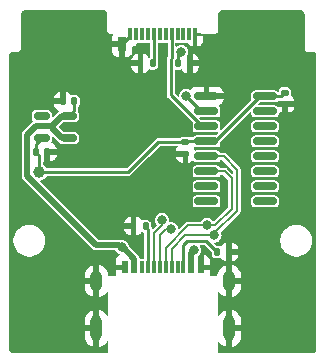
<source format=gbr>
%TF.GenerationSoftware,KiCad,Pcbnew,8.0.3*%
%TF.CreationDate,2024-07-13T10:44:47+10:00*%
%TF.ProjectId,EC Debug,45432044-6562-4756-972e-6b696361645f,rev?*%
%TF.SameCoordinates,Original*%
%TF.FileFunction,Copper,L1,Top*%
%TF.FilePolarity,Positive*%
%FSLAX46Y46*%
G04 Gerber Fmt 4.6, Leading zero omitted, Abs format (unit mm)*
G04 Created by KiCad (PCBNEW 8.0.3) date 2024-07-13 10:44:47*
%MOMM*%
%LPD*%
G01*
G04 APERTURE LIST*
G04 Aperture macros list*
%AMRoundRect*
0 Rectangle with rounded corners*
0 $1 Rounding radius*
0 $2 $3 $4 $5 $6 $7 $8 $9 X,Y pos of 4 corners*
0 Add a 4 corners polygon primitive as box body*
4,1,4,$2,$3,$4,$5,$6,$7,$8,$9,$2,$3,0*
0 Add four circle primitives for the rounded corners*
1,1,$1+$1,$2,$3*
1,1,$1+$1,$4,$5*
1,1,$1+$1,$6,$7*
1,1,$1+$1,$8,$9*
0 Add four rect primitives between the rounded corners*
20,1,$1+$1,$2,$3,$4,$5,0*
20,1,$1+$1,$4,$5,$6,$7,0*
20,1,$1+$1,$6,$7,$8,$9,0*
20,1,$1+$1,$8,$9,$2,$3,0*%
G04 Aperture macros list end*
%TA.AperFunction,ComponentPad*%
%ADD10O,1.000000X1.800000*%
%TD*%
%TA.AperFunction,ComponentPad*%
%ADD11O,1.000000X2.200000*%
%TD*%
%TA.AperFunction,SMDPad,CuDef*%
%ADD12R,0.600000X1.100000*%
%TD*%
%TA.AperFunction,SMDPad,CuDef*%
%ADD13R,0.300000X1.100000*%
%TD*%
%TA.AperFunction,SMDPad,CuDef*%
%ADD14RoundRect,0.135000X-0.135000X-0.185000X0.135000X-0.185000X0.135000X0.185000X-0.135000X0.185000X0*%
%TD*%
%TA.AperFunction,SMDPad,CuDef*%
%ADD15RoundRect,0.140000X-0.170000X0.140000X-0.170000X-0.140000X0.170000X-0.140000X0.170000X0.140000X0*%
%TD*%
%TA.AperFunction,SMDPad,CuDef*%
%ADD16R,0.300000X1.000000*%
%TD*%
%TA.AperFunction,SMDPad,CuDef*%
%ADD17R,0.700000X1.150000*%
%TD*%
%TA.AperFunction,SMDPad,CuDef*%
%ADD18RoundRect,0.135000X0.135000X0.185000X-0.135000X0.185000X-0.135000X-0.185000X0.135000X-0.185000X0*%
%TD*%
%TA.AperFunction,SMDPad,CuDef*%
%ADD19C,1.000000*%
%TD*%
%TA.AperFunction,SMDPad,CuDef*%
%ADD20RoundRect,0.150000X0.512500X0.150000X-0.512500X0.150000X-0.512500X-0.150000X0.512500X-0.150000X0*%
%TD*%
%TA.AperFunction,SMDPad,CuDef*%
%ADD21RoundRect,0.140000X0.140000X0.170000X-0.140000X0.170000X-0.140000X-0.170000X0.140000X-0.170000X0*%
%TD*%
%TA.AperFunction,SMDPad,CuDef*%
%ADD22RoundRect,0.140000X-0.140000X-0.170000X0.140000X-0.170000X0.140000X0.170000X-0.140000X0.170000X0*%
%TD*%
%TA.AperFunction,SMDPad,CuDef*%
%ADD23RoundRect,0.150000X-0.825000X-0.150000X0.825000X-0.150000X0.825000X0.150000X-0.825000X0.150000X0*%
%TD*%
%TA.AperFunction,SMDPad,CuDef*%
%ADD24R,1.500000X1.500000*%
%TD*%
%TA.AperFunction,ViaPad*%
%ADD25C,0.800000*%
%TD*%
%TA.AperFunction,ViaPad*%
%ADD26C,0.500000*%
%TD*%
%TA.AperFunction,Conductor*%
%ADD27C,0.200000*%
%TD*%
%TA.AperFunction,Conductor*%
%ADD28C,0.250000*%
%TD*%
%TA.AperFunction,Conductor*%
%ADD29C,0.500000*%
%TD*%
G04 APERTURE END LIST*
D10*
%TO.P,J2,0,SHIELD*%
%TO.N,Earth*%
X19380000Y21890000D03*
D11*
X19380000Y17890000D03*
D10*
X30620000Y21890000D03*
D11*
X30620000Y17890000D03*
D12*
%TO.P,J2,A1B12,GND*%
X21800000Y23050000D03*
%TO.P,J2,A4,VBUS*%
%TO.N,VBUS*%
X22600000Y23050000D03*
D13*
%TO.P,J2,A5,CC1*%
%TO.N,Net-(J2-CC1)*%
X23750000Y23050000D03*
%TO.P,J2,A6,D+*%
%TO.N,/D+*%
X24750000Y23050000D03*
%TO.P,J2,A7,D-*%
%TO.N,/D-*%
X25250000Y23050000D03*
%TO.P,J2,A8,SBU1*%
%TO.N,unconnected-(J2-SBU1-PadA8)*%
X26250000Y23050000D03*
D12*
%TO.P,J2,B1A12,GND*%
%TO.N,Earth*%
X28200000Y23050000D03*
%TO.P,J2,B4,VBUS*%
%TO.N,VBUS*%
X27400000Y23050000D03*
D13*
%TO.P,J2,B5,CC2*%
%TO.N,Net-(J2-CC2)*%
X26750000Y23050000D03*
%TO.P,J2,B6,D+*%
%TO.N,/D+*%
X25750000Y23050000D03*
%TO.P,J2,B7,D-*%
%TO.N,/D-*%
X24250000Y23050000D03*
%TO.P,J2,B8,SBU2*%
%TO.N,unconnected-(J2-SBU2-PadB8)*%
X23250000Y23050000D03*
%TD*%
D14*
%TO.P,R4,1*%
%TO.N,Earth*%
X23110000Y40330000D03*
%TO.P,R4,2*%
%TO.N,Net-(P1-CC)*%
X24130000Y40330000D03*
%TD*%
D15*
%TO.P,C2,1*%
%TO.N,+3V3*%
X35335000Y37865000D03*
%TO.P,C2,2*%
%TO.N,Earth*%
X35335000Y36905000D03*
%TD*%
D16*
%TO.P,P1,A1,GND*%
%TO.N,Earth*%
X22250000Y42780000D03*
%TO.P,P1,A2*%
%TO.N,N/C*%
X22750000Y42780000D03*
%TO.P,P1,A3*%
X23250000Y42780000D03*
%TO.P,P1,A4*%
X23750000Y42780000D03*
%TO.P,P1,A5,CC*%
%TO.N,Net-(P1-CC)*%
X24250000Y42780000D03*
%TO.P,P1,A6*%
%TO.N,N/C*%
X24750000Y42780000D03*
%TO.P,P1,A7*%
X25250000Y42780000D03*
%TO.P,P1,A8,DOUT*%
%TO.N,Net-(P1-DOUT)*%
X25750000Y42780000D03*
%TO.P,P1,A9*%
%TO.N,N/C*%
X26250000Y42780000D03*
%TO.P,P1,A10*%
X26750000Y42780000D03*
%TO.P,P1,A11*%
X27250000Y42780000D03*
%TO.P,P1,A12,GND*%
%TO.N,Earth*%
X27750000Y42780000D03*
D17*
%TO.P,P1,S1,SHIELD*%
X21580000Y41940000D03*
%TD*%
D14*
%TO.P,R1,1*%
%TO.N,Earth*%
X22520000Y26550000D03*
%TO.P,R1,2*%
%TO.N,Net-(J2-CC1)*%
X23540000Y26550000D03*
%TD*%
D18*
%TO.P,R3,1*%
%TO.N,Earth*%
X27300000Y40330000D03*
%TO.P,R3,2*%
%TO.N,Net-(P1-VCONN)*%
X26280000Y40330000D03*
%TD*%
D15*
%TO.P,C4,1*%
%TO.N,+3V3*%
X26920000Y33640000D03*
%TO.P,C4,2*%
%TO.N,Earth*%
X26920000Y32680000D03*
%TD*%
D19*
%TO.P,TP5,1,1*%
%TO.N,+3V3*%
X14550000Y31110000D03*
%TD*%
D20*
%TO.P,U1,1,VIN*%
%TO.N,VBUS*%
X17027500Y34000000D03*
%TO.P,U1,2,GND*%
%TO.N,Earth*%
X17027500Y34950000D03*
%TO.P,U1,3,EN*%
%TO.N,VBUS*%
X17027500Y35900000D03*
%TO.P,U1,4,NC*%
%TO.N,unconnected-(U1-NC-Pad4)*%
X14752500Y35900000D03*
%TO.P,U1,5,VOUT*%
%TO.N,+3V3*%
X14752500Y34000000D03*
%TD*%
D21*
%TO.P,C1,1*%
%TO.N,VBUS*%
X17510000Y37110000D03*
%TO.P,C1,2*%
%TO.N,Earth*%
X16550000Y37110000D03*
%TD*%
D22*
%TO.P,C3,1*%
%TO.N,+3V3*%
X14270000Y32790000D03*
%TO.P,C3,2*%
%TO.N,Earth*%
X15230000Y32790000D03*
%TD*%
D23*
%TO.P,U2,1,GND*%
%TO.N,Earth*%
X28700000Y37540000D03*
%TO.P,U2,2,TXD*%
%TO.N,Net-(P1-DIN)*%
X28700000Y36270000D03*
%TO.P,U2,3,RXD*%
%TO.N,Net-(P1-DOUT)*%
X28700000Y35000000D03*
%TO.P,U2,4,V3*%
%TO.N,+3V3*%
X28700000Y33730000D03*
%TO.P,U2,5,UD+*%
%TO.N,/D+*%
X28700000Y32460000D03*
%TO.P,U2,6,UD-*%
%TO.N,/D-*%
X28700000Y31190000D03*
%TO.P,U2,7,NC*%
%TO.N,unconnected-(U2-NC-Pad7)*%
X28700000Y29920000D03*
%TO.P,U2,8,NC*%
%TO.N,unconnected-(U2-NC-Pad8)*%
X28700000Y28650000D03*
%TO.P,U2,9,~{CTS}*%
%TO.N,unconnected-(U2-~{CTS}-Pad9)*%
X33650000Y28650000D03*
%TO.P,U2,10,~{DSR}*%
%TO.N,unconnected-(U2-~{DSR}-Pad10)*%
X33650000Y29920000D03*
%TO.P,U2,11,~{RI}*%
%TO.N,unconnected-(U2-~{RI}-Pad11)*%
X33650000Y31190000D03*
%TO.P,U2,12,~{DCD}*%
%TO.N,unconnected-(U2-~{DCD}-Pad12)*%
X33650000Y32460000D03*
%TO.P,U2,13,~{DTR}*%
%TO.N,unconnected-(U2-~{DTR}-Pad13)*%
X33650000Y33730000D03*
%TO.P,U2,14,~{RTS}*%
%TO.N,unconnected-(U2-~{RTS}-Pad14)*%
X33650000Y35000000D03*
%TO.P,U2,15,R232*%
%TO.N,unconnected-(U2-R232-Pad15)*%
X33650000Y36270000D03*
%TO.P,U2,16,VCC*%
%TO.N,+3V3*%
X33650000Y37540000D03*
%TD*%
D24*
%TO.P,TP1,1,1*%
%TO.N,Earth*%
X19300000Y43820000D03*
%TD*%
%TO.P,TP3,1,1*%
%TO.N,Earth*%
X30700000Y43820000D03*
%TD*%
D18*
%TO.P,R2,1*%
%TO.N,Earth*%
X30620000Y24380000D03*
%TO.P,R2,2*%
%TO.N,Net-(J2-CC2)*%
X29600000Y24380000D03*
%TD*%
D25*
%TO.N,/D+*%
X25681232Y26308768D03*
%TO.N,/D-*%
X24938768Y27051232D03*
%TO.N,Earth*%
X14650000Y17860000D03*
D26*
X18858000Y44248500D03*
X30224500Y44248500D03*
X18858000Y43359500D03*
X19747000Y43359500D03*
D25*
X34890000Y42620000D03*
D26*
X31177000Y44248500D03*
D25*
X25390000Y29110000D03*
X35390000Y17540000D03*
D26*
X19747000Y44248500D03*
X31177000Y43359500D03*
D25*
X15790000Y42840000D03*
D26*
X30224500Y43359500D03*
D25*
%TO.N,Net-(P1-DIN)*%
X26960000Y37540000D03*
%TO.N,/D-*%
X28748768Y26641232D03*
%TO.N,/D+*%
X29370000Y25760000D03*
%TO.N,Net-(P1-VCONN)*%
X26560000Y41300000D03*
%TO.N,VBUS*%
X21522972Y24750790D03*
X27630000Y24500000D03*
%TD*%
D27*
%TO.N,/D+*%
X30162501Y32460000D02*
X28700000Y32460000D01*
X31285000Y27856801D02*
X31285000Y31337501D01*
X29370000Y25941801D02*
X31285000Y27856801D01*
X31285000Y31337501D02*
X30162501Y32460000D01*
X29370000Y25760000D02*
X29370000Y25941801D01*
%TO.N,/D-*%
X30230000Y31190000D02*
X28700000Y31190000D01*
X30835000Y28043199D02*
X30835000Y30585000D01*
X30835000Y30585000D02*
X30230000Y31190000D01*
X28748768Y26641232D02*
X29433033Y26641232D01*
X29433033Y26641232D02*
X30835000Y28043199D01*
D28*
%TO.N,Net-(J2-CC2)*%
X27060000Y25280000D02*
X28700000Y25280000D01*
X26750000Y24970000D02*
X27060000Y25280000D01*
X28700000Y25280000D02*
X29600000Y24380000D01*
X26750000Y23050000D02*
X26750000Y24970000D01*
D27*
%TO.N,/D+*%
X25750000Y24610000D02*
X25750000Y23050000D01*
X26900000Y25760000D02*
X25750000Y24610000D01*
X29370000Y25760000D02*
X26900000Y25760000D01*
%TO.N,/D-*%
X25250000Y24740000D02*
X25250000Y23050000D01*
X27151232Y26641232D02*
X25250000Y24740000D01*
X28748768Y26641232D02*
X27151232Y26641232D01*
%TO.N,/D+*%
X24725000Y23075000D02*
X24725000Y25776801D01*
X24725000Y25776801D02*
X25256967Y26308768D01*
X24750000Y23050000D02*
X24725000Y23075000D01*
X25256967Y26308768D02*
X25681232Y26308768D01*
%TO.N,/D-*%
X24275000Y25963199D02*
X24938768Y26626967D01*
X24938768Y26626967D02*
X24938768Y27051232D01*
X24275000Y23075000D02*
X24275000Y25963199D01*
X24250000Y23050000D02*
X24275000Y23075000D01*
D28*
%TO.N,Net-(J2-CC1)*%
X23750000Y26310000D02*
X23400000Y26660000D01*
X23750000Y23050000D02*
X23750000Y26310000D01*
D29*
%TO.N,VBUS*%
X22600000Y23780000D02*
X22600000Y23050000D01*
X21629210Y24750790D02*
X22600000Y23780000D01*
X21522972Y24750790D02*
X21629210Y24750790D01*
X27630000Y24500000D02*
X27400000Y24270000D01*
X27400000Y24270000D02*
X27400000Y23050000D01*
D28*
%TO.N,+3V3*%
X28700000Y33730000D02*
X27010000Y33730000D01*
X14550000Y31110000D02*
X14550000Y32510000D01*
X14270000Y33517500D02*
X14270000Y32790000D01*
X22058510Y31110000D02*
X24618510Y33670000D01*
X14752500Y34000000D02*
X14270000Y33517500D01*
X14550000Y32510000D02*
X14270000Y32790000D01*
X33650000Y37540000D02*
X35010000Y37540000D01*
X24618510Y33670000D02*
X26890000Y33670000D01*
X35010000Y37540000D02*
X35335000Y37865000D01*
X29459092Y33730000D02*
X33269092Y37540000D01*
X14550000Y31110000D02*
X22058510Y31110000D01*
%TO.N,Earth*%
X22250000Y42610000D02*
X21580000Y41940000D01*
%TO.N,VBUS*%
X17510000Y36382500D02*
X17027500Y35900000D01*
D29*
X21313762Y24960000D02*
X19356497Y24960000D01*
X16462316Y35900000D02*
X17027500Y35900000D01*
D28*
X17510000Y37110000D02*
X17510000Y36382500D01*
D29*
X15602316Y34860000D02*
X15602316Y35040000D01*
X17027500Y34000000D02*
X16462316Y34000000D01*
X14277316Y35040000D02*
X15602316Y35040000D01*
X13530000Y30786497D02*
X13530000Y34292684D01*
X15602316Y35040000D02*
X16462316Y35900000D01*
X19356497Y24960000D02*
X13530000Y30786497D01*
X13530000Y34292684D02*
X14277316Y35040000D01*
X21522972Y24750790D02*
X21313762Y24960000D01*
X16462316Y34000000D02*
X15602316Y34860000D01*
D28*
%TO.N,Net-(P1-DOUT)*%
X25750000Y40774280D02*
X25685000Y40709280D01*
X25750000Y42780000D02*
X25750000Y40774280D01*
X25685000Y37634092D02*
X28319092Y35000000D01*
X25685000Y40709280D02*
X25685000Y37634092D01*
%TO.N,Net-(P1-DIN)*%
X28230000Y36270000D02*
X26960000Y37540000D01*
%TO.N,Net-(P1-VCONN)*%
X26280000Y41020000D02*
X26560000Y41300000D01*
X26280000Y40330000D02*
X26280000Y41020000D01*
%TO.N,Net-(P1-CC)*%
X24250000Y42780000D02*
X24250000Y40450000D01*
D27*
%TO.N,/D+*%
X28700000Y32460000D02*
X29375000Y32460000D01*
D28*
%TO.N,Net-(P1-CC)*%
X24250000Y40450000D02*
X24130000Y40330000D01*
%TO.N,+3V3*%
X33269092Y37540000D02*
X33650000Y37540000D01*
%TO.N,Earth*%
X22250000Y42780000D02*
X22250000Y42610000D01*
%TO.N,+3V3*%
X28700000Y33730000D02*
X29459092Y33730000D01*
X27010000Y33730000D02*
X26920000Y33640000D01*
%TO.N,Net-(P1-DOUT)*%
X28319092Y35000000D02*
X28700000Y35000000D01*
%TO.N,Net-(P1-DIN)*%
X28700000Y36270000D02*
X28230000Y36270000D01*
%TO.N,+3V3*%
X26890000Y33670000D02*
X26920000Y33640000D01*
%TD*%
%TA.AperFunction,Conductor*%
%TO.N,Earth*%
G36*
X20001517Y44819926D02*
G01*
X20048258Y44817647D01*
X20069125Y44812966D01*
X20156823Y44776640D01*
X20177094Y44763094D01*
X20243093Y44697095D01*
X20256640Y44676822D01*
X20292963Y44589132D01*
X20297646Y44568259D01*
X20299926Y44521519D01*
X20300000Y44518474D01*
X20300000Y43119989D01*
X20302438Y43069993D01*
X20302882Y43060900D01*
X20348116Y42951696D01*
X20431696Y42868116D01*
X20540900Y42822882D01*
X20600000Y42820000D01*
X20600016Y42820000D01*
X20720095Y42820000D01*
X20764289Y42801694D01*
X20782595Y42757500D01*
X20778654Y42735658D01*
X20736402Y42622378D01*
X20730000Y42562836D01*
X20730000Y42190000D01*
X21767500Y42190000D01*
X21811694Y42171694D01*
X21830000Y42127500D01*
X21830000Y40865000D01*
X21977822Y40865000D01*
X21977835Y40865001D01*
X22037377Y40871403D01*
X22172091Y40921648D01*
X22172094Y40921650D01*
X22287186Y41007809D01*
X22287191Y41007814D01*
X22373350Y41122906D01*
X22373352Y41122909D01*
X22423597Y41257623D01*
X22429999Y41317165D01*
X22430000Y41317178D01*
X22430000Y41721943D01*
X22448306Y41766137D01*
X22485820Y41784085D01*
X22507377Y41786403D01*
X22642091Y41836648D01*
X22642094Y41836650D01*
X22757186Y41922809D01*
X22843353Y42037913D01*
X22843699Y42038839D01*
X22844088Y42039258D01*
X22845496Y42041835D01*
X22846153Y42041476D01*
X22876293Y42073851D01*
X22902259Y42079500D01*
X22919748Y42079500D01*
X22978231Y42091133D01*
X22978231Y42091134D01*
X22984269Y42092334D01*
X22984685Y42090242D01*
X23015315Y42090246D01*
X23015731Y42092334D01*
X23021768Y42091134D01*
X23021769Y42091133D01*
X23080252Y42079500D01*
X23419748Y42079500D01*
X23478231Y42091133D01*
X23478231Y42091134D01*
X23484269Y42092334D01*
X23484685Y42090242D01*
X23515315Y42090246D01*
X23515731Y42092334D01*
X23521768Y42091134D01*
X23521769Y42091133D01*
X23580252Y42079500D01*
X23862000Y42079500D01*
X23906194Y42061194D01*
X23924500Y42017000D01*
X23924500Y40892127D01*
X23906194Y40847933D01*
X23888413Y40835482D01*
X23865144Y40824632D01*
X23817354Y40822547D01*
X23784934Y40849462D01*
X23750734Y40907292D01*
X23637288Y41020738D01*
X23499195Y41102405D01*
X23499194Y41102406D01*
X23360000Y41142847D01*
X23360000Y39517156D01*
X23499194Y39557595D01*
X23499195Y39557596D01*
X23637288Y39639263D01*
X23637290Y39639264D01*
X23750734Y39752709D01*
X23784934Y39810539D01*
X23823187Y39839261D01*
X23865144Y39835370D01*
X23906827Y39815932D01*
X23955684Y39809500D01*
X23955690Y39809500D01*
X24304310Y39809500D01*
X24304316Y39809500D01*
X24353173Y39815932D01*
X24460404Y39865935D01*
X24544065Y39949596D01*
X24594068Y40056827D01*
X24600500Y40105684D01*
X24600500Y40554316D01*
X24594068Y40603173D01*
X24581356Y40630434D01*
X24575500Y40656848D01*
X24575500Y42017000D01*
X24593806Y42061194D01*
X24638000Y42079500D01*
X24919748Y42079500D01*
X24978231Y42091133D01*
X24978231Y42091134D01*
X24984269Y42092334D01*
X24984685Y42090242D01*
X25015315Y42090246D01*
X25015731Y42092334D01*
X25021768Y42091134D01*
X25021769Y42091133D01*
X25080252Y42079500D01*
X25362000Y42079500D01*
X25406194Y42061194D01*
X25424500Y42017000D01*
X25424500Y40925830D01*
X25416127Y40894580D01*
X25381682Y40834919D01*
X25381681Y40834917D01*
X25365760Y40775503D01*
X25365761Y40775502D01*
X25359500Y40752135D01*
X25359500Y37591241D01*
X25359501Y37591233D01*
X25381680Y37508457D01*
X25381684Y37508448D01*
X25424532Y37434234D01*
X25424539Y37434225D01*
X27526824Y35331942D01*
X27545130Y35287748D01*
X27538781Y35260301D01*
X27534427Y35251395D01*
X27524500Y35183260D01*
X27524500Y34816741D01*
X27534426Y34748610D01*
X27534426Y34748609D01*
X27534427Y34748607D01*
X27585802Y34643517D01*
X27668517Y34560802D01*
X27773607Y34509427D01*
X27841740Y34499500D01*
X27841741Y34499500D01*
X29558258Y34499500D01*
X29558260Y34499500D01*
X29617678Y34508158D01*
X29664047Y34496416D01*
X29688534Y34455323D01*
X29676792Y34408951D01*
X29670881Y34402117D01*
X29517571Y34248806D01*
X29473377Y34230500D01*
X27841740Y34230500D01*
X27830121Y34228808D01*
X27773609Y34220574D01*
X27773607Y34220573D01*
X27697282Y34183260D01*
X27668515Y34169197D01*
X27585801Y34086483D01*
X27582790Y34082265D01*
X27580359Y34084001D01*
X27551974Y34058900D01*
X27531641Y34055500D01*
X27318735Y34055500D01*
X27292321Y34061356D01*
X27288316Y34063224D01*
X27202976Y34103019D01*
X27179486Y34113973D01*
X27129901Y34120500D01*
X26710108Y34120500D01*
X26710106Y34120500D01*
X26710100Y34120499D01*
X26660513Y34113972D01*
X26660511Y34113972D01*
X26660510Y34113971D01*
X26551683Y34063224D01*
X26526975Y34038515D01*
X26502265Y34013806D01*
X26458073Y33995500D01*
X24665204Y33995500D01*
X24665188Y33995501D01*
X24661363Y33995501D01*
X24575657Y33995501D01*
X24575651Y33995501D01*
X24492874Y33973320D01*
X24464863Y33957147D01*
X24464862Y33957148D01*
X24418649Y33930466D01*
X24418643Y33930461D01*
X21941989Y31453806D01*
X21897795Y31435500D01*
X15209298Y31435500D01*
X15165104Y31453806D01*
X15157862Y31462496D01*
X15078188Y31577923D01*
X15078181Y31577931D01*
X15049129Y31603669D01*
X14950852Y31690734D01*
X14948921Y31691748D01*
X14908953Y31712726D01*
X14878329Y31749474D01*
X14875500Y31768066D01*
X14875500Y31932614D01*
X14893806Y31976808D01*
X14914778Y31985495D01*
X15480000Y31985495D01*
X15626196Y32027969D01*
X15626197Y32027970D01*
X15765377Y32110280D01*
X15765379Y32110281D01*
X15879719Y32224621D01*
X15879720Y32224623D01*
X15962030Y32363803D01*
X15962031Y32363804D01*
X16007145Y32519087D01*
X16007145Y32519092D01*
X16008791Y32540000D01*
X15480000Y32540000D01*
X15480000Y31985495D01*
X14914778Y31985495D01*
X14938000Y31995114D01*
X14955438Y31992632D01*
X14980000Y31985496D01*
X14980000Y32977500D01*
X14998306Y33021694D01*
X15042500Y33040000D01*
X16008789Y33040000D01*
X16007143Y33060922D01*
X15962031Y33216197D01*
X15962030Y33216198D01*
X15879720Y33355378D01*
X15765377Y33469721D01*
X15626197Y33552031D01*
X15626197Y33552032D01*
X15595329Y33561000D01*
X15557997Y33590910D01*
X15552749Y33638456D01*
X15556618Y33648468D01*
X15605573Y33748607D01*
X15615500Y33816740D01*
X15615500Y34058825D01*
X15633806Y34103019D01*
X15678000Y34121325D01*
X15722194Y34103019D01*
X16185696Y33639515D01*
X16185699Y33639512D01*
X16185701Y33639511D01*
X16185702Y33639510D01*
X16282937Y33583372D01*
X16295877Y33573442D01*
X16308517Y33560802D01*
X16413607Y33509427D01*
X16481740Y33499500D01*
X16481741Y33499500D01*
X17573259Y33499500D01*
X17573260Y33499500D01*
X17641393Y33509427D01*
X17746483Y33560802D01*
X17829198Y33643517D01*
X17880573Y33748607D01*
X17890500Y33816740D01*
X17890500Y34183260D01*
X17880573Y34251393D01*
X17829198Y34356483D01*
X17746483Y34439198D01*
X17641393Y34490573D01*
X17641391Y34490574D01*
X17641390Y34490574D01*
X17580123Y34499500D01*
X17573260Y34500500D01*
X17573259Y34500500D01*
X16624808Y34500500D01*
X16580614Y34518806D01*
X16193613Y34905806D01*
X16175307Y34950000D01*
X16193613Y34994194D01*
X16382680Y35183260D01*
X16580614Y35381194D01*
X16624808Y35399500D01*
X17573259Y35399500D01*
X17573260Y35399500D01*
X17641393Y35409427D01*
X17746483Y35460802D01*
X17829198Y35543517D01*
X17880573Y35648607D01*
X17890500Y35716740D01*
X17890500Y36083260D01*
X17880573Y36151393D01*
X17829198Y36256483D01*
X17829197Y36256484D01*
X17829151Y36256579D01*
X17824931Y36300206D01*
X17828656Y36314107D01*
X17835500Y36339647D01*
X17835500Y36425353D01*
X17835500Y36618071D01*
X17853806Y36662265D01*
X17933222Y36741682D01*
X17933224Y36741684D01*
X17983972Y36850513D01*
X17990500Y36900099D01*
X17990499Y37319900D01*
X17983972Y37369487D01*
X17933224Y37478316D01*
X17933222Y37478318D01*
X17933222Y37478319D01*
X17848318Y37563223D01*
X17739486Y37613973D01*
X17689901Y37620500D01*
X17330108Y37620500D01*
X17330105Y37620500D01*
X17330100Y37620499D01*
X17280513Y37613972D01*
X17280511Y37613972D01*
X17280182Y37613928D01*
X17233977Y37626311D01*
X17218230Y37644079D01*
X17199720Y37675378D01*
X17085377Y37789721D01*
X16946197Y37872031D01*
X16946196Y37872032D01*
X16800000Y37914507D01*
X16800000Y36922500D01*
X16781694Y36878306D01*
X16737500Y36860000D01*
X15771211Y36860000D01*
X15772856Y36839079D01*
X15817968Y36683804D01*
X15817969Y36683803D01*
X15900279Y36544623D01*
X16014622Y36430280D01*
X16157189Y36345966D01*
X16156400Y36344633D01*
X16186003Y36314107D01*
X16185269Y36266277D01*
X16172094Y36246884D01*
X15722194Y35796983D01*
X15678000Y35778677D01*
X15633806Y35796983D01*
X15615500Y35841177D01*
X15615500Y36083260D01*
X15614993Y36086741D01*
X15605573Y36151393D01*
X15554198Y36256483D01*
X15471483Y36339198D01*
X15366393Y36390573D01*
X15366391Y36390574D01*
X15366390Y36390574D01*
X15312267Y36398460D01*
X15298260Y36400500D01*
X14206740Y36400500D01*
X14195121Y36398808D01*
X14138609Y36390574D01*
X14138607Y36390573D01*
X14034438Y36339648D01*
X14033515Y36339197D01*
X13950803Y36256485D01*
X13899426Y36151391D01*
X13889500Y36083260D01*
X13889500Y35716741D01*
X13899426Y35648610D01*
X13899426Y35648609D01*
X13899427Y35648607D01*
X13950802Y35543517D01*
X13950803Y35543516D01*
X14003071Y35491248D01*
X14021377Y35447054D01*
X14003071Y35402860D01*
X13169515Y34569304D01*
X13169508Y34569295D01*
X13110202Y34466575D01*
X13110201Y34466571D01*
X13110201Y34466570D01*
X13104216Y34444236D01*
X13079500Y34351998D01*
X13079500Y30727187D01*
X13086939Y30699427D01*
X13086939Y30699426D01*
X13110199Y30612614D01*
X13110203Y30612605D01*
X13169508Y30509887D01*
X13169515Y30509878D01*
X19079877Y24599516D01*
X19079881Y24599513D01*
X19079883Y24599511D01*
X19182610Y24540201D01*
X19206823Y24533714D01*
X19297188Y24509500D01*
X20931179Y24509500D01*
X20975373Y24491194D01*
X20988921Y24470919D01*
X20998435Y24447950D01*
X20998436Y24447949D01*
X21094689Y24322508D01*
X21220130Y24226255D01*
X21220133Y24226253D01*
X21323618Y24183388D01*
X21357442Y24149564D01*
X21357442Y24101728D01*
X21323618Y24067904D01*
X21321542Y24067087D01*
X21257908Y24043353D01*
X21257905Y24043351D01*
X21142813Y23957192D01*
X21142808Y23957187D01*
X21056649Y23842095D01*
X21056647Y23842092D01*
X21006402Y23707378D01*
X21000000Y23647836D01*
X21000000Y23300000D01*
X21987500Y23300000D01*
X22031694Y23281694D01*
X22050000Y23237500D01*
X22050000Y22862500D01*
X22031694Y22818306D01*
X21987500Y22800000D01*
X21000000Y22800000D01*
X21000000Y22452165D01*
X21006772Y22389181D01*
X20993295Y22343283D01*
X20951311Y22320358D01*
X20944630Y22320000D01*
X20442500Y22320000D01*
X20398306Y22338306D01*
X20380000Y22382500D01*
X20380000Y22388491D01*
X20379999Y22388492D01*
X20341570Y22581690D01*
X20341568Y22581698D01*
X20266188Y22763679D01*
X20266187Y22763681D01*
X20156751Y22927463D01*
X20017462Y23066752D01*
X19853680Y23176188D01*
X19853678Y23176189D01*
X19671688Y23251572D01*
X19630000Y23259864D01*
X19630000Y22456975D01*
X19620060Y22474191D01*
X19564205Y22530046D01*
X19495796Y22569542D01*
X19419496Y22589986D01*
X19340504Y22589986D01*
X19264204Y22569542D01*
X19195795Y22530046D01*
X19139940Y22474191D01*
X19130000Y22456975D01*
X19130000Y23259864D01*
X19088311Y23251572D01*
X18906321Y23176189D01*
X18906319Y23176188D01*
X18742537Y23066752D01*
X18603248Y22927463D01*
X18493812Y22763681D01*
X18493811Y22763679D01*
X18418431Y22581698D01*
X18418429Y22581690D01*
X18380000Y22388492D01*
X18380000Y22140000D01*
X19080000Y22140000D01*
X19080000Y21640000D01*
X18380000Y21640000D01*
X18380000Y21391509D01*
X18418429Y21198311D01*
X18418431Y21198303D01*
X18493811Y21016322D01*
X18493812Y21016320D01*
X18603248Y20852538D01*
X18742537Y20713249D01*
X18906319Y20603813D01*
X18906321Y20603812D01*
X19088302Y20528432D01*
X19088310Y20528430D01*
X19129999Y20520137D01*
X19130000Y20520137D01*
X19130000Y21323026D01*
X19139940Y21305809D01*
X19195795Y21249954D01*
X19264204Y21210458D01*
X19340504Y21190014D01*
X19419496Y21190014D01*
X19495796Y21210458D01*
X19564205Y21249954D01*
X19620060Y21305809D01*
X19630000Y21323026D01*
X19630000Y20520137D01*
X19671689Y20528430D01*
X19671697Y20528432D01*
X19853678Y20603812D01*
X19853680Y20603813D01*
X20017462Y20713249D01*
X20156751Y20852538D01*
X20235533Y20970443D01*
X20275307Y20997019D01*
X20322223Y20987687D01*
X20348799Y20947913D01*
X20350000Y20935720D01*
X20350000Y19044281D01*
X20331694Y19000087D01*
X20287500Y18981781D01*
X20243306Y19000087D01*
X20235533Y19009558D01*
X20156751Y19127463D01*
X20017462Y19266752D01*
X19853680Y19376188D01*
X19853678Y19376189D01*
X19671688Y19451572D01*
X19630000Y19459864D01*
X19630000Y18656975D01*
X19620060Y18674191D01*
X19564205Y18730046D01*
X19495796Y18769542D01*
X19419496Y18789986D01*
X19340504Y18789986D01*
X19264204Y18769542D01*
X19195795Y18730046D01*
X19139940Y18674191D01*
X19130000Y18656975D01*
X19130000Y19459864D01*
X19088311Y19451572D01*
X18906321Y19376189D01*
X18906319Y19376188D01*
X18742537Y19266752D01*
X18603248Y19127463D01*
X18493812Y18963681D01*
X18493811Y18963679D01*
X18418431Y18781698D01*
X18418429Y18781690D01*
X18380000Y18588492D01*
X18380000Y18140000D01*
X19080000Y18140000D01*
X19080000Y17640000D01*
X18380000Y17640000D01*
X18380000Y17191509D01*
X18418429Y16998311D01*
X18418431Y16998303D01*
X18493811Y16816322D01*
X18493812Y16816320D01*
X18603248Y16652538D01*
X18742537Y16513249D01*
X18906319Y16403813D01*
X18906321Y16403812D01*
X19088302Y16328432D01*
X19088310Y16328430D01*
X19129999Y16320137D01*
X19130000Y16320137D01*
X19130000Y17123026D01*
X19139940Y17105809D01*
X19195795Y17049954D01*
X19264204Y17010458D01*
X19340504Y16990014D01*
X19419496Y16990014D01*
X19495796Y17010458D01*
X19564205Y17049954D01*
X19620060Y17105809D01*
X19630000Y17123026D01*
X19630000Y16320137D01*
X19671689Y16328430D01*
X19671697Y16328432D01*
X19853678Y16403812D01*
X19853680Y16403813D01*
X20017462Y16513249D01*
X20156751Y16652538D01*
X20235533Y16770443D01*
X20275307Y16797019D01*
X20322223Y16787687D01*
X20348799Y16747913D01*
X20350000Y16735720D01*
X20350000Y15882500D01*
X20331694Y15838306D01*
X20287500Y15820000D01*
X12301527Y15820000D01*
X12298483Y15820074D01*
X12296775Y15820158D01*
X12251741Y15822354D01*
X12230870Y15827037D01*
X12143178Y15863360D01*
X12122905Y15876907D01*
X12056906Y15942906D01*
X12043360Y15963177D01*
X12007034Y16050875D01*
X12002353Y16071743D01*
X12000074Y16118483D01*
X12000000Y16121527D01*
X12000000Y25426285D01*
X12349500Y25426285D01*
X12349500Y25213716D01*
X12349501Y25213700D01*
X12382753Y25003760D01*
X12382753Y25003759D01*
X12448442Y24801590D01*
X12448446Y24801582D01*
X12544949Y24612183D01*
X12669897Y24440206D01*
X12820205Y24289898D01*
X12992182Y24164950D01*
X12992184Y24164949D01*
X13181588Y24068443D01*
X13383757Y24002754D01*
X13472244Y23988739D01*
X13593699Y23969502D01*
X13593705Y23969502D01*
X13593713Y23969500D01*
X13593715Y23969500D01*
X13806285Y23969500D01*
X13806287Y23969500D01*
X14016243Y24002754D01*
X14218412Y24068443D01*
X14407816Y24164949D01*
X14579792Y24289896D01*
X14730104Y24440208D01*
X14855051Y24612184D01*
X14951557Y24801588D01*
X15017246Y25003757D01*
X15050500Y25213713D01*
X15050500Y25426287D01*
X15017246Y25636243D01*
X14951557Y25838412D01*
X14855051Y26027816D01*
X14854404Y26028706D01*
X14730102Y26199795D01*
X14579794Y26350103D01*
X14407817Y26475051D01*
X14218418Y26571554D01*
X14218410Y26571558D01*
X14016241Y26637247D01*
X13806300Y26670499D01*
X13806288Y26670500D01*
X13806287Y26670500D01*
X13593713Y26670500D01*
X13593711Y26670500D01*
X13593699Y26670499D01*
X13383759Y26637247D01*
X13383758Y26637247D01*
X13181589Y26571558D01*
X13181581Y26571554D01*
X12992182Y26475051D01*
X12820205Y26350103D01*
X12669897Y26199795D01*
X12544949Y26027818D01*
X12448446Y25838419D01*
X12448442Y25838411D01*
X12382753Y25636242D01*
X12382753Y25636241D01*
X12349501Y25426301D01*
X12349500Y25426285D01*
X12000000Y25426285D01*
X12000000Y37360001D01*
X15771208Y37360001D01*
X15771209Y37360000D01*
X16300000Y37360000D01*
X16300000Y37914506D01*
X16299999Y37914507D01*
X16153803Y37872032D01*
X16153802Y37872031D01*
X16014622Y37789721D01*
X16014621Y37789719D01*
X15900281Y37675379D01*
X15900279Y37675378D01*
X15817969Y37536198D01*
X15817968Y37536197D01*
X15772854Y37380914D01*
X15772854Y37380909D01*
X15771208Y37360001D01*
X12000000Y37360001D01*
X12000000Y40080000D01*
X22340069Y40080000D01*
X22342832Y40044881D01*
X22342832Y40044876D01*
X22387594Y39890806D01*
X22387595Y39890805D01*
X22469262Y39752712D01*
X22582711Y39639263D01*
X22720804Y39557596D01*
X22720805Y39557595D01*
X22859999Y39517156D01*
X22860000Y39517156D01*
X22860000Y40080000D01*
X22340069Y40080000D01*
X12000000Y40080000D01*
X12000000Y40580000D01*
X22340068Y40580000D01*
X22860000Y40580000D01*
X22860000Y41142846D01*
X22859999Y41142847D01*
X22720805Y41102406D01*
X22720804Y41102405D01*
X22582711Y41020738D01*
X22582710Y41020736D01*
X22469264Y40907290D01*
X22469262Y40907289D01*
X22387595Y40769196D01*
X22387594Y40769195D01*
X22342832Y40615125D01*
X22342832Y40615120D01*
X22340068Y40580000D01*
X12000000Y40580000D01*
X12000000Y41018474D01*
X12000074Y41021518D01*
X12002353Y41068258D01*
X12007034Y41089125D01*
X12043361Y41176826D01*
X12056903Y41197092D01*
X12122908Y41263097D01*
X12143174Y41276639D01*
X12230875Y41312966D01*
X12249592Y41317165D01*
X20730000Y41317165D01*
X20736402Y41257623D01*
X20786647Y41122909D01*
X20786649Y41122906D01*
X20872808Y41007814D01*
X20872813Y41007809D01*
X20987905Y40921650D01*
X20987908Y40921648D01*
X21122622Y40871403D01*
X21182164Y40865001D01*
X21182178Y40865000D01*
X21330000Y40865000D01*
X21330000Y41690000D01*
X20730000Y41690000D01*
X20730000Y41317165D01*
X12249592Y41317165D01*
X12251740Y41317647D01*
X12298483Y41319926D01*
X12301527Y41320000D01*
X12699984Y41320000D01*
X12700000Y41320000D01*
X12759100Y41322882D01*
X12868304Y41368116D01*
X12951884Y41451696D01*
X12997118Y41560900D01*
X13000000Y41620000D01*
X13000000Y44518474D01*
X13000074Y44521518D01*
X13002353Y44568258D01*
X13007034Y44589125D01*
X13043361Y44676826D01*
X13056903Y44697092D01*
X13122908Y44763097D01*
X13143174Y44776639D01*
X13230875Y44812966D01*
X13251740Y44817647D01*
X13298483Y44819926D01*
X13301527Y44820000D01*
X19998473Y44820000D01*
X20001517Y44819926D01*
G37*
%TD.AperFunction*%
%TA.AperFunction,Conductor*%
G36*
X36701517Y44819926D02*
G01*
X36748258Y44817647D01*
X36769125Y44812966D01*
X36856823Y44776640D01*
X36877094Y44763094D01*
X36943093Y44697095D01*
X36956640Y44676822D01*
X36992963Y44589132D01*
X36997646Y44568259D01*
X36999926Y44521519D01*
X37000000Y44518474D01*
X37000000Y41619989D01*
X37000837Y41602839D01*
X37002882Y41560900D01*
X37048116Y41451696D01*
X37131696Y41368116D01*
X37240900Y41322882D01*
X37300000Y41320000D01*
X37698473Y41320000D01*
X37701517Y41319926D01*
X37748258Y41317647D01*
X37769125Y41312966D01*
X37856823Y41276640D01*
X37877094Y41263094D01*
X37943093Y41197095D01*
X37956640Y41176822D01*
X37987465Y41102405D01*
X37992963Y41089132D01*
X37997646Y41068259D01*
X37999926Y41021519D01*
X38000000Y41018474D01*
X38000000Y16121527D01*
X37999926Y16118482D01*
X37997646Y16071742D01*
X37992963Y16050869D01*
X37956642Y15963182D01*
X37943093Y15942906D01*
X37877094Y15876907D01*
X37856819Y15863359D01*
X37796337Y15838306D01*
X37769131Y15827037D01*
X37748258Y15822354D01*
X37703110Y15820152D01*
X37701516Y15820074D01*
X37698473Y15820000D01*
X29712500Y15820000D01*
X29668306Y15838306D01*
X29650000Y15882500D01*
X29650000Y16735720D01*
X29668306Y16779914D01*
X29712500Y16798220D01*
X29756694Y16779914D01*
X29764467Y16770443D01*
X29843248Y16652538D01*
X29982537Y16513249D01*
X30146319Y16403813D01*
X30146321Y16403812D01*
X30328302Y16328432D01*
X30328310Y16328430D01*
X30369999Y16320137D01*
X30370000Y16320137D01*
X30370000Y17123014D01*
X30379940Y17105797D01*
X30435795Y17049942D01*
X30504204Y17010446D01*
X30580504Y16990002D01*
X30659496Y16990002D01*
X30735796Y17010446D01*
X30804205Y17049942D01*
X30860060Y17105797D01*
X30870000Y17123014D01*
X30870000Y16320137D01*
X30911689Y16328430D01*
X30911697Y16328432D01*
X31093678Y16403812D01*
X31093680Y16403813D01*
X31257462Y16513249D01*
X31396751Y16652538D01*
X31506187Y16816320D01*
X31506188Y16816322D01*
X31581568Y16998303D01*
X31581570Y16998311D01*
X31619999Y17191509D01*
X31620000Y17191509D01*
X31620000Y17640000D01*
X30920000Y17640000D01*
X30920000Y18140000D01*
X31620000Y18140000D01*
X31620000Y18588491D01*
X31619999Y18588492D01*
X31581570Y18781690D01*
X31581568Y18781698D01*
X31506188Y18963679D01*
X31506187Y18963681D01*
X31396751Y19127463D01*
X31257462Y19266752D01*
X31093680Y19376188D01*
X31093678Y19376189D01*
X30911688Y19451572D01*
X30870000Y19459864D01*
X30870000Y18656987D01*
X30860060Y18674203D01*
X30804205Y18730058D01*
X30735796Y18769554D01*
X30659496Y18789998D01*
X30580504Y18789998D01*
X30504204Y18769554D01*
X30435795Y18730058D01*
X30379940Y18674203D01*
X30370000Y18656987D01*
X30370000Y19459864D01*
X30328311Y19451572D01*
X30146321Y19376189D01*
X30146319Y19376188D01*
X29982537Y19266752D01*
X29843248Y19127463D01*
X29764467Y19009558D01*
X29724693Y18982982D01*
X29677777Y18992314D01*
X29651201Y19032088D01*
X29650000Y19044281D01*
X29650000Y20935720D01*
X29668306Y20979914D01*
X29712500Y20998220D01*
X29756694Y20979914D01*
X29764467Y20970443D01*
X29843248Y20852538D01*
X29982537Y20713249D01*
X30146319Y20603813D01*
X30146321Y20603812D01*
X30328302Y20528432D01*
X30328310Y20528430D01*
X30369999Y20520137D01*
X30370000Y20520137D01*
X30370000Y21323000D01*
X30379940Y21305783D01*
X30435795Y21249928D01*
X30504204Y21210432D01*
X30580504Y21189988D01*
X30659496Y21189988D01*
X30735796Y21210432D01*
X30804205Y21249928D01*
X30860060Y21305783D01*
X30870000Y21323000D01*
X30870000Y20520137D01*
X30911689Y20528430D01*
X30911697Y20528432D01*
X31093678Y20603812D01*
X31093680Y20603813D01*
X31257462Y20713249D01*
X31396751Y20852538D01*
X31506187Y21016320D01*
X31506188Y21016322D01*
X31581568Y21198303D01*
X31581570Y21198311D01*
X31619999Y21391509D01*
X31620000Y21391509D01*
X31620000Y21640000D01*
X30920000Y21640000D01*
X30920000Y22140000D01*
X31620000Y22140000D01*
X31620000Y22388491D01*
X31619999Y22388492D01*
X31581570Y22581690D01*
X31581568Y22581698D01*
X31506188Y22763679D01*
X31506187Y22763681D01*
X31396751Y22927463D01*
X31257462Y23066752D01*
X31093680Y23176188D01*
X31093678Y23176189D01*
X30911688Y23251572D01*
X30870000Y23259864D01*
X30870000Y22457001D01*
X30860060Y22474217D01*
X30804205Y22530072D01*
X30735796Y22569568D01*
X30659496Y22590012D01*
X30580504Y22590012D01*
X30504204Y22569568D01*
X30435795Y22530072D01*
X30379940Y22474217D01*
X30370000Y22457001D01*
X30370000Y23259864D01*
X30328311Y23251572D01*
X30146321Y23176189D01*
X30146319Y23176188D01*
X29982537Y23066752D01*
X29843248Y22927463D01*
X29733812Y22763681D01*
X29733811Y22763679D01*
X29658431Y22581698D01*
X29658429Y22581690D01*
X29620000Y22388492D01*
X29620000Y22382500D01*
X29601694Y22338306D01*
X29557500Y22320000D01*
X29055370Y22320000D01*
X29011176Y22338306D01*
X28992870Y22382500D01*
X28993228Y22389181D01*
X28999999Y22452165D01*
X29000000Y22452178D01*
X29000000Y22800000D01*
X28012500Y22800000D01*
X27968306Y22818306D01*
X27950000Y22862500D01*
X27950000Y23300000D01*
X28450000Y23300000D01*
X29000000Y23300000D01*
X29000000Y23647823D01*
X28999999Y23647836D01*
X28993597Y23707378D01*
X28943352Y23842092D01*
X28943350Y23842095D01*
X28857191Y23957187D01*
X28857186Y23957192D01*
X28742094Y24043351D01*
X28742091Y24043353D01*
X28607377Y24093598D01*
X28547835Y24100000D01*
X28450000Y24100000D01*
X28450000Y23300000D01*
X27950000Y23300000D01*
X27950000Y23957810D01*
X27968306Y24002004D01*
X27974443Y24007387D01*
X28058282Y24071718D01*
X28154536Y24197159D01*
X28215044Y24343238D01*
X28227810Y24440208D01*
X28235682Y24499999D01*
X28235682Y24500002D01*
X28215045Y24656756D01*
X28215044Y24656758D01*
X28215044Y24656762D01*
X28167667Y24771141D01*
X28154537Y24802839D01*
X28154535Y24802843D01*
X28115317Y24853952D01*
X28102936Y24900158D01*
X28126853Y24941584D01*
X28164901Y24954500D01*
X28539285Y24954500D01*
X28583479Y24936194D01*
X29111194Y24408479D01*
X29129500Y24364285D01*
X29129500Y24155678D01*
X29135931Y24106828D01*
X29185936Y23999594D01*
X29269593Y23915937D01*
X29269594Y23915937D01*
X29269596Y23915935D01*
X29376827Y23865932D01*
X29425684Y23859500D01*
X29425690Y23859500D01*
X29774310Y23859500D01*
X29774316Y23859500D01*
X29823173Y23865932D01*
X29864855Y23885370D01*
X29912642Y23887456D01*
X29945063Y23860540D01*
X29979262Y23802712D01*
X30092711Y23689263D01*
X30230804Y23607596D01*
X30230805Y23607595D01*
X30369999Y23567156D01*
X30370000Y23567156D01*
X30870000Y23567156D01*
X31009194Y23607595D01*
X31009195Y23607596D01*
X31147288Y23689263D01*
X31147290Y23689264D01*
X31260736Y23802710D01*
X31260737Y23802712D01*
X31342404Y23940805D01*
X31342405Y23940806D01*
X31387167Y24094876D01*
X31387167Y24094881D01*
X31389931Y24130000D01*
X30870000Y24130000D01*
X30870000Y23567156D01*
X30370000Y23567156D01*
X30370000Y24630000D01*
X30870000Y24630000D01*
X31389931Y24630000D01*
X31387167Y24665120D01*
X31387167Y24665125D01*
X31342405Y24819195D01*
X31342404Y24819196D01*
X31260737Y24957289D01*
X31147288Y25070738D01*
X31009195Y25152405D01*
X31009194Y25152406D01*
X30870000Y25192847D01*
X30870000Y24630000D01*
X30370000Y24630000D01*
X30370000Y25192846D01*
X30369999Y25192847D01*
X30230805Y25152406D01*
X30230804Y25152405D01*
X30092711Y25070738D01*
X30092710Y25070736D01*
X29979264Y24957291D01*
X29945063Y24899461D01*
X29906809Y24870740D01*
X29864854Y24874632D01*
X29848183Y24882406D01*
X29823173Y24894068D01*
X29823171Y24894069D01*
X29823170Y24894069D01*
X29774320Y24900500D01*
X29774316Y24900500D01*
X29565715Y24900500D01*
X29521521Y24918806D01*
X29385397Y25054930D01*
X29367091Y25099124D01*
X29385397Y25143318D01*
X29421433Y25161089D01*
X29526755Y25174955D01*
X29526755Y25174956D01*
X29526762Y25174956D01*
X29672841Y25235464D01*
X29798282Y25331718D01*
X29870846Y25426285D01*
X34949500Y25426285D01*
X34949500Y25213716D01*
X34949501Y25213700D01*
X34982753Y25003760D01*
X34982753Y25003759D01*
X35048442Y24801590D01*
X35048446Y24801582D01*
X35144949Y24612183D01*
X35269897Y24440206D01*
X35420205Y24289898D01*
X35592182Y24164950D01*
X35592184Y24164949D01*
X35781588Y24068443D01*
X35983757Y24002754D01*
X36072244Y23988739D01*
X36193699Y23969502D01*
X36193705Y23969502D01*
X36193713Y23969500D01*
X36193715Y23969500D01*
X36406285Y23969500D01*
X36406287Y23969500D01*
X36616243Y24002754D01*
X36818412Y24068443D01*
X37007816Y24164949D01*
X37179792Y24289896D01*
X37330104Y24440208D01*
X37455051Y24612184D01*
X37551557Y24801588D01*
X37617246Y25003757D01*
X37650500Y25213713D01*
X37650500Y25426287D01*
X37617246Y25636243D01*
X37551557Y25838412D01*
X37455051Y26027816D01*
X37454404Y26028706D01*
X37330102Y26199795D01*
X37179794Y26350103D01*
X37007817Y26475051D01*
X36818418Y26571554D01*
X36818410Y26571558D01*
X36616241Y26637247D01*
X36406300Y26670499D01*
X36406288Y26670500D01*
X36406287Y26670500D01*
X36193713Y26670500D01*
X36193711Y26670500D01*
X36193699Y26670499D01*
X35983759Y26637247D01*
X35983758Y26637247D01*
X35781589Y26571558D01*
X35781581Y26571554D01*
X35592182Y26475051D01*
X35420205Y26350103D01*
X35269897Y26199795D01*
X35144949Y26027818D01*
X35048446Y25838419D01*
X35048442Y25838411D01*
X34982753Y25636242D01*
X34982753Y25636241D01*
X34949501Y25426301D01*
X34949500Y25426285D01*
X29870846Y25426285D01*
X29894536Y25457159D01*
X29955044Y25603238D01*
X29970906Y25723724D01*
X29975682Y25759999D01*
X29975682Y25760002D01*
X29955045Y25916756D01*
X29955044Y25916758D01*
X29955044Y25916762D01*
X29916805Y26009076D01*
X29916805Y26056909D01*
X29930351Y26077183D01*
X31525460Y27672290D01*
X31565021Y27740812D01*
X31585500Y27817239D01*
X31585500Y28833260D01*
X32474500Y28833260D01*
X32474500Y28466741D01*
X32484426Y28398610D01*
X32484426Y28398609D01*
X32484427Y28398607D01*
X32535802Y28293517D01*
X32618517Y28210802D01*
X32723607Y28159427D01*
X32791740Y28149500D01*
X32791741Y28149500D01*
X34508259Y28149500D01*
X34508260Y28149500D01*
X34576393Y28159427D01*
X34681483Y28210802D01*
X34764198Y28293517D01*
X34815573Y28398607D01*
X34825500Y28466740D01*
X34825500Y28833260D01*
X34815573Y28901393D01*
X34764198Y29006483D01*
X34681483Y29089198D01*
X34576393Y29140573D01*
X34576391Y29140574D01*
X34576390Y29140574D01*
X34522267Y29148460D01*
X34508260Y29150500D01*
X32791740Y29150500D01*
X32780121Y29148808D01*
X32723609Y29140574D01*
X32618515Y29089197D01*
X32535803Y29006485D01*
X32484426Y28901391D01*
X32474500Y28833260D01*
X31585500Y28833260D01*
X31585500Y30103260D01*
X32474500Y30103260D01*
X32474500Y29736741D01*
X32484426Y29668610D01*
X32484426Y29668609D01*
X32484427Y29668607D01*
X32535802Y29563517D01*
X32618517Y29480802D01*
X32723607Y29429427D01*
X32791740Y29419500D01*
X32791741Y29419500D01*
X34508259Y29419500D01*
X34508260Y29419500D01*
X34576393Y29429427D01*
X34681483Y29480802D01*
X34764198Y29563517D01*
X34815573Y29668607D01*
X34825500Y29736740D01*
X34825500Y30103260D01*
X34815573Y30171393D01*
X34764198Y30276483D01*
X34681483Y30359198D01*
X34576393Y30410573D01*
X34576391Y30410574D01*
X34576390Y30410574D01*
X34522267Y30418460D01*
X34508260Y30420500D01*
X32791740Y30420500D01*
X32780121Y30418808D01*
X32723609Y30410574D01*
X32618515Y30359197D01*
X32535803Y30276485D01*
X32484426Y30171391D01*
X32474500Y30103260D01*
X31585500Y30103260D01*
X31585500Y31373260D01*
X32474500Y31373260D01*
X32474500Y31006741D01*
X32484426Y30938610D01*
X32484426Y30938609D01*
X32484427Y30938607D01*
X32535802Y30833517D01*
X32618517Y30750802D01*
X32723607Y30699427D01*
X32791740Y30689500D01*
X32791741Y30689500D01*
X34508259Y30689500D01*
X34508260Y30689500D01*
X34576393Y30699427D01*
X34681483Y30750802D01*
X34764198Y30833517D01*
X34815573Y30938607D01*
X34825500Y31006740D01*
X34825500Y31373260D01*
X34815573Y31441393D01*
X34764198Y31546483D01*
X34681483Y31629198D01*
X34576393Y31680573D01*
X34576391Y31680574D01*
X34576390Y31680574D01*
X34522267Y31688460D01*
X34508260Y31690500D01*
X32791740Y31690500D01*
X32780121Y31688808D01*
X32723609Y31680574D01*
X32618515Y31629197D01*
X32535803Y31546485D01*
X32484426Y31441391D01*
X32474500Y31373260D01*
X31585500Y31373260D01*
X31585500Y31377063D01*
X31585499Y31377069D01*
X31569842Y31435499D01*
X31565021Y31453490D01*
X31525460Y31522012D01*
X31469511Y31577961D01*
X30404212Y32643260D01*
X32474500Y32643260D01*
X32474500Y32276741D01*
X32484426Y32208610D01*
X32484426Y32208609D01*
X32484427Y32208607D01*
X32535802Y32103517D01*
X32618517Y32020802D01*
X32723607Y31969427D01*
X32791740Y31959500D01*
X32791741Y31959500D01*
X34508259Y31959500D01*
X34508260Y31959500D01*
X34576393Y31969427D01*
X34681483Y32020802D01*
X34764198Y32103517D01*
X34815573Y32208607D01*
X34825500Y32276740D01*
X34825500Y32643260D01*
X34815573Y32711393D01*
X34764198Y32816483D01*
X34681483Y32899198D01*
X34576393Y32950573D01*
X34576391Y32950574D01*
X34576390Y32950574D01*
X34522267Y32958460D01*
X34508260Y32960500D01*
X32791740Y32960500D01*
X32780121Y32958808D01*
X32723609Y32950574D01*
X32618515Y32899197D01*
X32535803Y32816485D01*
X32484426Y32711391D01*
X32474500Y32643260D01*
X30404212Y32643260D01*
X30347012Y32700460D01*
X30347011Y32700461D01*
X30328075Y32711393D01*
X30278488Y32740022D01*
X30202068Y32760500D01*
X30202063Y32760500D01*
X29880581Y32760500D01*
X29836387Y32778806D01*
X29824432Y32795550D01*
X29814199Y32816481D01*
X29814197Y32816484D01*
X29731484Y32899197D01*
X29731483Y32899198D01*
X29626393Y32950573D01*
X29626391Y32950574D01*
X29626390Y32950574D01*
X29572267Y32958460D01*
X29558260Y32960500D01*
X27841740Y32960500D01*
X27774612Y32950720D01*
X27728240Y32962463D01*
X27705583Y32995130D01*
X27682031Y33076197D01*
X27682030Y33076198D01*
X27615215Y33189177D01*
X27608475Y33236535D01*
X27637196Y33274788D01*
X27684554Y33281528D01*
X27696453Y33277145D01*
X27773607Y33239427D01*
X27841740Y33229500D01*
X27841741Y33229500D01*
X29558259Y33229500D01*
X29558260Y33229500D01*
X29626393Y33239427D01*
X29731483Y33290802D01*
X29814198Y33373517D01*
X29865573Y33478607D01*
X29875500Y33546740D01*
X29875500Y33660194D01*
X29893806Y33704388D01*
X30102678Y33913260D01*
X32474500Y33913260D01*
X32474500Y33546741D01*
X32484426Y33478610D01*
X32484426Y33478609D01*
X32484427Y33478607D01*
X32535802Y33373517D01*
X32618517Y33290802D01*
X32723607Y33239427D01*
X32791740Y33229500D01*
X32791741Y33229500D01*
X34508259Y33229500D01*
X34508260Y33229500D01*
X34576393Y33239427D01*
X34681483Y33290802D01*
X34764198Y33373517D01*
X34815573Y33478607D01*
X34825500Y33546740D01*
X34825500Y33913260D01*
X34815573Y33981393D01*
X34764198Y34086483D01*
X34681483Y34169198D01*
X34576393Y34220573D01*
X34576391Y34220574D01*
X34576390Y34220574D01*
X34522267Y34228460D01*
X34508260Y34230500D01*
X32791740Y34230500D01*
X32780121Y34228808D01*
X32723609Y34220574D01*
X32723607Y34220573D01*
X32647282Y34183260D01*
X32618515Y34169197D01*
X32535803Y34086485D01*
X32484426Y33981391D01*
X32474500Y33913260D01*
X30102678Y33913260D01*
X31372678Y35183260D01*
X32474500Y35183260D01*
X32474500Y34816741D01*
X32484426Y34748610D01*
X32484426Y34748609D01*
X32484427Y34748607D01*
X32535802Y34643517D01*
X32618517Y34560802D01*
X32723607Y34509427D01*
X32791740Y34499500D01*
X32791741Y34499500D01*
X34508259Y34499500D01*
X34508260Y34499500D01*
X34576393Y34509427D01*
X34681483Y34560802D01*
X34764198Y34643517D01*
X34815573Y34748607D01*
X34825500Y34816740D01*
X34825500Y35183260D01*
X34815573Y35251393D01*
X34764198Y35356483D01*
X34681483Y35439198D01*
X34576393Y35490573D01*
X34576391Y35490574D01*
X34576390Y35490574D01*
X34522267Y35498460D01*
X34508260Y35500500D01*
X32791740Y35500500D01*
X32780121Y35498808D01*
X32723609Y35490574D01*
X32618515Y35439197D01*
X32535803Y35356485D01*
X32484426Y35251391D01*
X32474500Y35183260D01*
X31372678Y35183260D01*
X32367806Y36178388D01*
X32412000Y36196694D01*
X32456194Y36178388D01*
X32474500Y36134194D01*
X32474500Y36086741D01*
X32484426Y36018610D01*
X32484426Y36018609D01*
X32484427Y36018607D01*
X32535802Y35913517D01*
X32618517Y35830802D01*
X32723607Y35779427D01*
X32791740Y35769500D01*
X32791741Y35769500D01*
X34508259Y35769500D01*
X34508260Y35769500D01*
X34576393Y35779427D01*
X34681483Y35830802D01*
X34764198Y35913517D01*
X34815573Y36018607D01*
X34825500Y36086740D01*
X34825500Y36113929D01*
X34843806Y36158123D01*
X34888000Y36176429D01*
X34905437Y36173947D01*
X35064078Y36127857D01*
X35085000Y36126211D01*
X35585000Y36126211D01*
X35605921Y36127857D01*
X35761196Y36172969D01*
X35761197Y36172970D01*
X35900377Y36255280D01*
X35900379Y36255281D01*
X36014719Y36369621D01*
X36014720Y36369623D01*
X36097030Y36508803D01*
X36097031Y36508804D01*
X36139505Y36655000D01*
X35585000Y36655000D01*
X35585000Y36126211D01*
X35085000Y36126211D01*
X35085000Y36655000D01*
X34761569Y36655000D01*
X34717375Y36673306D01*
X34681484Y36709197D01*
X34681483Y36709198D01*
X34576393Y36760573D01*
X34576391Y36760574D01*
X34576390Y36760574D01*
X34522267Y36768460D01*
X34508260Y36770500D01*
X34508259Y36770500D01*
X33110806Y36770500D01*
X33066612Y36788806D01*
X33048306Y36833000D01*
X33066612Y36877194D01*
X33210612Y37021194D01*
X33254806Y37039500D01*
X34508259Y37039500D01*
X34508260Y37039500D01*
X34576393Y37049427D01*
X34681483Y37100802D01*
X34717375Y37136694D01*
X34761569Y37155000D01*
X36139505Y37155000D01*
X36139505Y37155001D01*
X36097031Y37301197D01*
X36097030Y37301198D01*
X36014720Y37440378D01*
X35900377Y37554721D01*
X35869078Y37573231D01*
X35840356Y37611484D01*
X35838928Y37635186D01*
X35838970Y37635511D01*
X35838972Y37635513D01*
X35845500Y37685099D01*
X35845499Y38044900D01*
X35838972Y38094487D01*
X35788224Y38203316D01*
X35788222Y38203318D01*
X35788222Y38203319D01*
X35703318Y38288223D01*
X35594486Y38338973D01*
X35544901Y38345500D01*
X35125108Y38345500D01*
X35125106Y38345500D01*
X35125100Y38345499D01*
X35075513Y38338972D01*
X35075511Y38338972D01*
X35075510Y38338971D01*
X34966681Y38288223D01*
X34881777Y38203319D01*
X34831027Y38094487D01*
X34824500Y38044908D01*
X34824500Y37987069D01*
X34806194Y37942875D01*
X34762000Y37924569D01*
X34717806Y37942875D01*
X34681484Y37979197D01*
X34681483Y37979198D01*
X34576393Y38030573D01*
X34576391Y38030574D01*
X34576390Y38030574D01*
X34522267Y38038460D01*
X34508260Y38040500D01*
X32791740Y38040500D01*
X32780121Y38038808D01*
X32723609Y38030574D01*
X32618515Y37979197D01*
X32535803Y37896485D01*
X32484426Y37791391D01*
X32478485Y37750613D01*
X32474500Y37723260D01*
X32474500Y37356740D01*
X32484427Y37288607D01*
X32488780Y37279703D01*
X32491743Y37231959D01*
X32476824Y37208060D01*
X29972883Y34704119D01*
X29928689Y34685813D01*
X29884495Y34704119D01*
X29866189Y34748313D01*
X29866840Y34757309D01*
X29875500Y34816740D01*
X29875500Y35183260D01*
X29865573Y35251393D01*
X29814198Y35356483D01*
X29731483Y35439198D01*
X29626393Y35490573D01*
X29626391Y35490574D01*
X29626390Y35490574D01*
X29572267Y35498460D01*
X29558260Y35500500D01*
X29558259Y35500500D01*
X28304806Y35500500D01*
X28260612Y35518806D01*
X28116612Y35662806D01*
X28098306Y35707000D01*
X28116612Y35751194D01*
X28160806Y35769500D01*
X29558259Y35769500D01*
X29558260Y35769500D01*
X29626393Y35779427D01*
X29731483Y35830802D01*
X29814198Y35913517D01*
X29865573Y36018607D01*
X29875500Y36086740D01*
X29875500Y36453260D01*
X29865573Y36521393D01*
X29814198Y36626483D01*
X29756685Y36683996D01*
X29738379Y36728190D01*
X29756685Y36772384D01*
X29781605Y36787122D01*
X29781590Y36787157D01*
X29781870Y36787279D01*
X29783444Y36788209D01*
X29785199Y36788720D01*
X29785200Y36788720D01*
X29926555Y36872316D01*
X29926557Y36872317D01*
X30042683Y36988443D01*
X30042684Y36988445D01*
X30126280Y37129799D01*
X30126281Y37129801D01*
X30172100Y37287512D01*
X30172296Y37290000D01*
X28512500Y37290000D01*
X28468306Y37308306D01*
X28450000Y37352500D01*
X28450000Y37790000D01*
X28950000Y37790000D01*
X30172296Y37790000D01*
X30172296Y37790001D01*
X30172100Y37792489D01*
X30126281Y37950200D01*
X30126280Y37950202D01*
X30042684Y38091556D01*
X29926555Y38207685D01*
X29785201Y38291281D01*
X29785199Y38291282D01*
X29627488Y38337101D01*
X29590650Y38340000D01*
X28950000Y38340000D01*
X28950000Y37790000D01*
X28450000Y37790000D01*
X28450000Y38340000D01*
X27809350Y38340000D01*
X27772513Y38337101D01*
X27772509Y38337101D01*
X27614800Y38291282D01*
X27614798Y38291281D01*
X27473444Y38207685D01*
X27473443Y38207683D01*
X27357317Y38091557D01*
X27357315Y38091556D01*
X27352729Y38083801D01*
X27314473Y38055082D01*
X27267116Y38061826D01*
X27264656Y38063488D01*
X27262838Y38064538D01*
X27116765Y38125043D01*
X27116755Y38125046D01*
X26960002Y38145682D01*
X26959998Y38145682D01*
X26803244Y38125046D01*
X26803234Y38125043D01*
X26657161Y38064538D01*
X26657158Y38064536D01*
X26531717Y37968283D01*
X26435464Y37842842D01*
X26435462Y37842839D01*
X26374957Y37696766D01*
X26374954Y37696756D01*
X26357493Y37564121D01*
X26333576Y37522694D01*
X26287370Y37510314D01*
X26251334Y37528085D01*
X26028806Y37750613D01*
X26010500Y37794807D01*
X26010500Y39750764D01*
X26028806Y39794958D01*
X26073000Y39813264D01*
X26081155Y39812730D01*
X26105684Y39809500D01*
X26105690Y39809500D01*
X26454310Y39809500D01*
X26454316Y39809500D01*
X26503173Y39815932D01*
X26544855Y39835370D01*
X26592642Y39837456D01*
X26625063Y39810540D01*
X26659262Y39752712D01*
X26772711Y39639263D01*
X26910804Y39557596D01*
X26910805Y39557595D01*
X27049999Y39517156D01*
X27050000Y39517156D01*
X27550000Y39517156D01*
X27689194Y39557595D01*
X27689195Y39557596D01*
X27827288Y39639263D01*
X27827290Y39639264D01*
X27940736Y39752710D01*
X27940737Y39752712D01*
X28022404Y39890805D01*
X28022405Y39890806D01*
X28067167Y40044876D01*
X28067167Y40044881D01*
X28069931Y40080000D01*
X27550000Y40080000D01*
X27550000Y39517156D01*
X27050000Y39517156D01*
X27050000Y40580000D01*
X27550000Y40580000D01*
X28069931Y40580000D01*
X28067167Y40615120D01*
X28067167Y40615125D01*
X28022405Y40769195D01*
X28022404Y40769196D01*
X27940737Y40907289D01*
X27827288Y41020738D01*
X27689195Y41102405D01*
X27689194Y41102406D01*
X27550000Y41142847D01*
X27550000Y40580000D01*
X27050000Y40580000D01*
X27050000Y40930935D01*
X27062914Y40968982D01*
X27084536Y40997159D01*
X27145044Y41143238D01*
X27160824Y41263097D01*
X27165682Y41299999D01*
X27165682Y41300002D01*
X27145045Y41456756D01*
X27145044Y41456758D01*
X27145044Y41456762D01*
X27084536Y41602841D01*
X27017657Y41690000D01*
X26988282Y41728283D01*
X26862841Y41824536D01*
X26862838Y41824538D01*
X26716765Y41885043D01*
X26716755Y41885046D01*
X26560002Y41905682D01*
X26559998Y41905682D01*
X26403244Y41885046D01*
X26403234Y41885043D01*
X26257161Y41824538D01*
X26257158Y41824536D01*
X26176047Y41762297D01*
X26129842Y41749917D01*
X26088415Y41773835D01*
X26075500Y41811882D01*
X26075500Y42017000D01*
X26093806Y42061194D01*
X26138000Y42079500D01*
X26419748Y42079500D01*
X26478231Y42091133D01*
X26478231Y42091134D01*
X26484269Y42092334D01*
X26484685Y42090242D01*
X26515315Y42090246D01*
X26515731Y42092334D01*
X26521768Y42091134D01*
X26521769Y42091133D01*
X26580252Y42079500D01*
X26919748Y42079500D01*
X26978231Y42091133D01*
X26978231Y42091134D01*
X26984269Y42092334D01*
X26984685Y42090242D01*
X27015315Y42090246D01*
X27015731Y42092334D01*
X27021768Y42091134D01*
X27021769Y42091133D01*
X27080252Y42079500D01*
X27097741Y42079500D01*
X27141935Y42061194D01*
X27154409Y42041784D01*
X27154504Y42041835D01*
X27155229Y42040507D01*
X27156301Y42038839D01*
X27156646Y42037913D01*
X27242813Y41922809D01*
X27357905Y41836650D01*
X27357908Y41836648D01*
X27492622Y41786403D01*
X27552164Y41780001D01*
X27552178Y41780000D01*
X27600000Y41780000D01*
X27900000Y41780000D01*
X27947822Y41780000D01*
X27947835Y41780001D01*
X28007377Y41786403D01*
X28142091Y41836648D01*
X28142094Y41836650D01*
X28257186Y41922809D01*
X28257191Y41922814D01*
X28343350Y42037906D01*
X28343352Y42037909D01*
X28393597Y42172623D01*
X28399999Y42232165D01*
X28400000Y42232178D01*
X28400000Y42630000D01*
X27900000Y42630000D01*
X27900000Y41780000D01*
X27600000Y41780000D01*
X27600000Y42252104D01*
X27600301Y42258230D01*
X27600500Y42260251D01*
X27600500Y42867500D01*
X27618806Y42911694D01*
X27663000Y42930000D01*
X28119812Y42930000D01*
X28181696Y42868116D01*
X28290900Y42822882D01*
X28350000Y42820000D01*
X29300000Y42820000D01*
X29399984Y42820000D01*
X29400000Y42820000D01*
X29459100Y42822882D01*
X29568304Y42868116D01*
X29651884Y42951696D01*
X29697118Y43060900D01*
X29700000Y43120000D01*
X29700000Y44518474D01*
X29700074Y44521518D01*
X29702353Y44568258D01*
X29707034Y44589125D01*
X29743361Y44676826D01*
X29756903Y44697092D01*
X29822908Y44763097D01*
X29843174Y44776639D01*
X29930875Y44812966D01*
X29951740Y44817647D01*
X29998483Y44819926D01*
X30001527Y44820000D01*
X36698473Y44820000D01*
X36701517Y44819926D01*
G37*
%TD.AperFunction*%
%TA.AperFunction,Conductor*%
G36*
X26262708Y33326194D02*
G01*
X26281014Y33282000D01*
X26262708Y33237806D01*
X26240281Y33215379D01*
X26240279Y33215378D01*
X26157969Y33076198D01*
X26157968Y33076197D01*
X26115494Y32930001D01*
X26115495Y32930000D01*
X27107500Y32930000D01*
X27151694Y32911694D01*
X27170000Y32867500D01*
X27170000Y31901211D01*
X27190921Y31902857D01*
X27346196Y31947969D01*
X27346197Y31947970D01*
X27485373Y32030278D01*
X27528012Y32072917D01*
X27572206Y32091223D01*
X27616401Y32072918D01*
X27668517Y32020802D01*
X27773607Y31969427D01*
X27841740Y31959500D01*
X27841741Y31959500D01*
X29558259Y31959500D01*
X29558260Y31959500D01*
X29626393Y31969427D01*
X29731483Y32020802D01*
X29814198Y32103517D01*
X29818524Y32112367D01*
X29824432Y32124450D01*
X29860288Y32156114D01*
X29880581Y32159500D01*
X30012142Y32159500D01*
X30056336Y32141194D01*
X30966194Y31231336D01*
X30984500Y31187142D01*
X30984500Y31011359D01*
X30966194Y30967165D01*
X30922000Y30948859D01*
X30877806Y30967165D01*
X30414511Y31430460D01*
X30405781Y31435500D01*
X30345989Y31470021D01*
X30345988Y31470022D01*
X30345987Y31470022D01*
X30269567Y31490500D01*
X30269562Y31490500D01*
X29880581Y31490500D01*
X29836387Y31508806D01*
X29824432Y31525550D01*
X29814199Y31546481D01*
X29814197Y31546484D01*
X29731484Y31629197D01*
X29731483Y31629198D01*
X29626393Y31680573D01*
X29626391Y31680574D01*
X29626390Y31680574D01*
X29572267Y31688460D01*
X29558260Y31690500D01*
X27841740Y31690500D01*
X27830121Y31688808D01*
X27773609Y31680574D01*
X27668515Y31629197D01*
X27585803Y31546485D01*
X27534426Y31441391D01*
X27524500Y31373260D01*
X27524500Y31006741D01*
X27534426Y30938610D01*
X27534426Y30938609D01*
X27534427Y30938607D01*
X27585802Y30833517D01*
X27668517Y30750802D01*
X27773607Y30699427D01*
X27841740Y30689500D01*
X27841741Y30689500D01*
X29558259Y30689500D01*
X29558260Y30689500D01*
X29626393Y30699427D01*
X29731483Y30750802D01*
X29814198Y30833517D01*
X29822031Y30849540D01*
X29824432Y30854450D01*
X29860288Y30886114D01*
X29880581Y30889500D01*
X30079641Y30889500D01*
X30123835Y30871194D01*
X30516194Y30478835D01*
X30534500Y30434641D01*
X30534500Y28193558D01*
X30516194Y28149364D01*
X29340022Y26973193D01*
X29295828Y26954887D01*
X29251634Y26973193D01*
X29246243Y26979340D01*
X29177050Y27069515D01*
X29051609Y27165768D01*
X29051606Y27165770D01*
X28905533Y27226275D01*
X28905523Y27226278D01*
X28748770Y27246914D01*
X28748766Y27246914D01*
X28592012Y27226278D01*
X28592002Y27226275D01*
X28445929Y27165770D01*
X28445926Y27165768D01*
X28320485Y27069515D01*
X28241199Y26966185D01*
X28199772Y26942267D01*
X28191614Y26941732D01*
X27111664Y26941732D01*
X27035242Y26921253D01*
X27035237Y26921251D01*
X26987714Y26893813D01*
X26987714Y26893812D01*
X26966720Y26881692D01*
X26388965Y26303937D01*
X26344771Y26285631D01*
X26300577Y26303937D01*
X26282806Y26339973D01*
X26266277Y26465524D01*
X26266276Y26465526D01*
X26266276Y26465530D01*
X26205768Y26611609D01*
X26183371Y26640797D01*
X26109514Y26737051D01*
X25984073Y26833304D01*
X25984070Y26833306D01*
X25837997Y26893811D01*
X25837987Y26893814D01*
X25681234Y26914450D01*
X25681229Y26914450D01*
X25604465Y26904345D01*
X25558260Y26916726D01*
X25534343Y26958153D01*
X25534343Y26974462D01*
X25544450Y27051232D01*
X25541913Y27070500D01*
X25523813Y27207988D01*
X25523812Y27207990D01*
X25523812Y27207994D01*
X25463304Y27354073D01*
X25440907Y27383261D01*
X25367050Y27479515D01*
X25241609Y27575768D01*
X25241606Y27575770D01*
X25095533Y27636275D01*
X25095523Y27636278D01*
X24938770Y27656914D01*
X24938766Y27656914D01*
X24782012Y27636278D01*
X24782002Y27636275D01*
X24635929Y27575770D01*
X24635926Y27575768D01*
X24510485Y27479515D01*
X24414232Y27354074D01*
X24414230Y27354071D01*
X24353725Y27207998D01*
X24353722Y27207988D01*
X24333086Y27051234D01*
X24333086Y27051231D01*
X24353722Y26894477D01*
X24353725Y26894467D01*
X24414230Y26748394D01*
X24414232Y26748391D01*
X24476812Y26666834D01*
X24489192Y26620629D01*
X24471421Y26584593D01*
X24182195Y26295366D01*
X24138001Y26277060D01*
X24093807Y26295366D01*
X24075501Y26339560D01*
X24075501Y26352853D01*
X24075500Y26352859D01*
X24065437Y26390410D01*
X24053318Y26435639D01*
X24020039Y26493279D01*
X24018866Y26495311D01*
X24010500Y26526548D01*
X24010500Y26774310D01*
X24010499Y26774323D01*
X24004068Y26823173D01*
X23971345Y26893347D01*
X23954065Y26930404D01*
X23954063Y26930406D01*
X23954063Y26930407D01*
X23870406Y27014064D01*
X23763172Y27064069D01*
X23714322Y27070500D01*
X23714316Y27070500D01*
X23365684Y27070500D01*
X23365679Y27070500D01*
X23316827Y27064069D01*
X23275143Y27044632D01*
X23227353Y27042547D01*
X23194934Y27069462D01*
X23160734Y27127292D01*
X23047288Y27240738D01*
X22909195Y27322405D01*
X22909194Y27322406D01*
X22770000Y27362847D01*
X22770000Y25737156D01*
X22909194Y25777595D01*
X22909195Y25777596D01*
X23047288Y25859263D01*
X23047290Y25859264D01*
X23160734Y25972709D01*
X23194934Y26030539D01*
X23233187Y26059261D01*
X23275145Y26055369D01*
X23316827Y26035932D01*
X23365668Y26029502D01*
X23365669Y26029502D01*
X23365684Y26029500D01*
X23365699Y26029500D01*
X23366081Y26029475D01*
X23366156Y26029438D01*
X23367712Y26029233D01*
X23367642Y26028706D01*
X23408986Y26008322D01*
X23424500Y25967108D01*
X23424500Y23863000D01*
X23406194Y23818806D01*
X23362000Y23800500D01*
X23108857Y23800500D01*
X23064663Y23818806D01*
X23048487Y23846824D01*
X23019800Y23953882D01*
X23019799Y23953886D01*
X22964596Y24049500D01*
X22964596Y24049501D01*
X22964594Y24049503D01*
X22960489Y24056614D01*
X22115722Y24901381D01*
X22102174Y24921657D01*
X22047509Y25053629D01*
X22047507Y25053632D01*
X21951254Y25179073D01*
X21825813Y25275326D01*
X21825810Y25275328D01*
X21679737Y25335833D01*
X21679727Y25335836D01*
X21541877Y25353984D01*
X21518784Y25361823D01*
X21487652Y25379798D01*
X21487649Y25379799D01*
X21463435Y25386287D01*
X21445362Y25391130D01*
X21373075Y25410500D01*
X21373071Y25410500D01*
X19568988Y25410500D01*
X19524794Y25428806D01*
X18653600Y26300000D01*
X21750069Y26300000D01*
X21752832Y26264881D01*
X21752832Y26264876D01*
X21797594Y26110806D01*
X21797595Y26110805D01*
X21879262Y25972712D01*
X21992711Y25859263D01*
X22130804Y25777596D01*
X22130805Y25777595D01*
X22269999Y25737156D01*
X22270000Y25737156D01*
X22270000Y26300000D01*
X21750069Y26300000D01*
X18653600Y26300000D01*
X18153600Y26800000D01*
X21750068Y26800000D01*
X22270000Y26800000D01*
X22270000Y27362846D01*
X22269999Y27362847D01*
X22130805Y27322406D01*
X22130804Y27322405D01*
X21992711Y27240738D01*
X21992710Y27240736D01*
X21879264Y27127290D01*
X21879262Y27127289D01*
X21797595Y26989196D01*
X21797594Y26989195D01*
X21752832Y26835125D01*
X21752832Y26835120D01*
X21750068Y26800000D01*
X18153600Y26800000D01*
X16120340Y28833260D01*
X27524500Y28833260D01*
X27524500Y28466741D01*
X27534426Y28398610D01*
X27534426Y28398609D01*
X27534427Y28398607D01*
X27585802Y28293517D01*
X27668517Y28210802D01*
X27773607Y28159427D01*
X27841740Y28149500D01*
X27841741Y28149500D01*
X29558259Y28149500D01*
X29558260Y28149500D01*
X29626393Y28159427D01*
X29731483Y28210802D01*
X29814198Y28293517D01*
X29865573Y28398607D01*
X29875500Y28466740D01*
X29875500Y28833260D01*
X29865573Y28901393D01*
X29814198Y29006483D01*
X29731483Y29089198D01*
X29626393Y29140573D01*
X29626391Y29140574D01*
X29626390Y29140574D01*
X29572267Y29148460D01*
X29558260Y29150500D01*
X27841740Y29150500D01*
X27830121Y29148808D01*
X27773609Y29140574D01*
X27668515Y29089197D01*
X27585803Y29006485D01*
X27534426Y28901391D01*
X27524500Y28833260D01*
X16120340Y28833260D01*
X14850340Y30103260D01*
X27524500Y30103260D01*
X27524500Y29736741D01*
X27534426Y29668610D01*
X27534426Y29668609D01*
X27534427Y29668607D01*
X27585802Y29563517D01*
X27668517Y29480802D01*
X27773607Y29429427D01*
X27841740Y29419500D01*
X27841741Y29419500D01*
X29558259Y29419500D01*
X29558260Y29419500D01*
X29626393Y29429427D01*
X29731483Y29480802D01*
X29814198Y29563517D01*
X29865573Y29668607D01*
X29875500Y29736740D01*
X29875500Y30103260D01*
X29865573Y30171393D01*
X29814198Y30276483D01*
X29731483Y30359198D01*
X29626393Y30410573D01*
X29626391Y30410574D01*
X29626390Y30410574D01*
X29572267Y30418460D01*
X29558260Y30420500D01*
X27841740Y30420500D01*
X27830121Y30418808D01*
X27773609Y30410574D01*
X27668515Y30359197D01*
X27585803Y30276485D01*
X27534426Y30171391D01*
X27524500Y30103260D01*
X14850340Y30103260D01*
X14640443Y30313157D01*
X14622137Y30357351D01*
X14640443Y30401545D01*
X14669676Y30418034D01*
X14800225Y30450210D01*
X14950852Y30529266D01*
X15078183Y30642071D01*
X15078188Y30642078D01*
X15157862Y30757504D01*
X15198032Y30783476D01*
X15209298Y30784500D01*
X22101362Y30784500D01*
X22101363Y30784500D01*
X22184149Y30806682D01*
X22258372Y30849535D01*
X23838836Y32430000D01*
X26115495Y32430000D01*
X26157968Y32283804D01*
X26157969Y32283803D01*
X26240279Y32144623D01*
X26354622Y32030280D01*
X26493802Y31947970D01*
X26493803Y31947969D01*
X26649078Y31902857D01*
X26670000Y31901211D01*
X26670000Y32430000D01*
X26115495Y32430000D01*
X23838836Y32430000D01*
X24735030Y33326195D01*
X24779224Y33344500D01*
X26218514Y33344500D01*
X26262708Y33326194D01*
G37*
%TD.AperFunction*%
%TD*%
M02*

</source>
